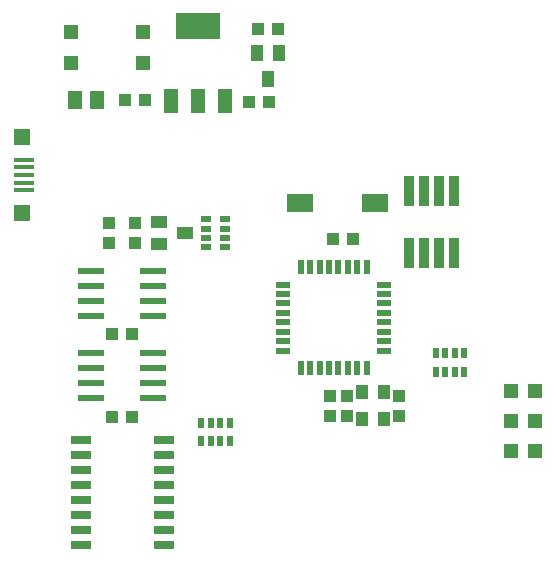
<source format=gtp>
G04 EAGLE Gerber RS-274X export*
G75*
%MOMM*%
%FSLAX34Y34*%
%LPD*%
%INTop Paste*%
%IPPOS*%
%AMOC8*
5,1,8,0,0,1.08239X$1,22.5*%
G01*
%ADD10R,1.200000X1.200000*%
%ADD11R,1.100000X1.000000*%
%ADD12R,1.800000X0.400000*%
%ADD13R,1.400000X1.400000*%
%ADD14R,0.558800X1.270000*%
%ADD15R,1.270000X0.558800*%
%ADD16R,1.200000X2.000000*%
%ADD17R,3.800000X2.300000*%
%ADD18R,2.200000X0.600000*%
%ADD19R,1.700000X0.800000*%
%ADD20R,0.500000X0.900000*%
%ADD21R,1.000000X1.100000*%
%ADD22R,1.000000X1.400000*%
%ADD23R,1.300000X1.500000*%
%ADD24R,1.400000X1.000000*%
%ADD25R,0.900000X0.500000*%
%ADD26R,0.889000X2.540000*%
%ADD27R,2.300000X1.600000*%
%ADD28R,1.100000X1.300000*%


D10*
X151150Y476550D03*
X151150Y450550D03*
X90150Y450550D03*
X90150Y476550D03*
D11*
X152963Y419100D03*
X135963Y419100D03*
X141850Y220663D03*
X124850Y220663D03*
D12*
X50900Y349100D03*
X50900Y342600D03*
X50900Y362100D03*
X50900Y368600D03*
X50900Y355600D03*
D13*
X48400Y323100D03*
X48400Y387600D03*
D14*
X284738Y192024D03*
X292738Y192024D03*
X300738Y192024D03*
X308738Y192024D03*
X316738Y192024D03*
X324738Y192024D03*
X332738Y192024D03*
X340738Y192024D03*
D15*
X355664Y206950D03*
X355664Y214950D03*
X355664Y222950D03*
X355664Y230950D03*
X355664Y238950D03*
X355664Y246950D03*
X355664Y254950D03*
X355664Y262950D03*
D14*
X340738Y277876D03*
X332738Y277876D03*
X324738Y277876D03*
X316738Y277876D03*
X308738Y277876D03*
X300738Y277876D03*
X292738Y277876D03*
X284738Y277876D03*
D15*
X269812Y262950D03*
X269812Y254950D03*
X269812Y246950D03*
X269812Y238950D03*
X269812Y230950D03*
X269812Y222950D03*
X269812Y214950D03*
X269812Y206950D03*
D16*
X221080Y418080D03*
X198080Y418080D03*
X175080Y418080D03*
D17*
X198080Y481580D03*
D18*
X107350Y261938D03*
X159350Y261938D03*
X107350Y274638D03*
X107350Y249238D03*
X107350Y236538D03*
X159350Y274638D03*
X159350Y249238D03*
X159350Y236538D03*
D19*
X98765Y42555D03*
X98765Y55305D03*
X98765Y68055D03*
X98765Y80805D03*
X98765Y93555D03*
X98765Y106055D03*
X98765Y118805D03*
X98765Y131555D03*
X169265Y42555D03*
X169265Y55305D03*
X169265Y68055D03*
X169265Y80805D03*
X169265Y93555D03*
X169265Y106055D03*
X169265Y118805D03*
X169265Y131555D03*
D10*
X483575Y173038D03*
X462575Y173038D03*
X483575Y147638D03*
X462575Y147638D03*
X483575Y122238D03*
X462575Y122238D03*
D20*
X224725Y146113D03*
X216725Y146113D03*
X208725Y146113D03*
X200725Y146113D03*
X200725Y130113D03*
X208725Y130113D03*
X216725Y130113D03*
X224725Y130113D03*
X423163Y204850D03*
X415163Y204850D03*
X407163Y204850D03*
X399163Y204850D03*
X399163Y188850D03*
X407163Y188850D03*
X415163Y188850D03*
X423163Y188850D03*
D21*
X368300Y151838D03*
X368300Y168838D03*
X323850Y151838D03*
X323850Y168838D03*
D11*
X312175Y301625D03*
X329175Y301625D03*
X240738Y417513D03*
X257738Y417513D03*
D22*
X257175Y436675D03*
X247675Y458675D03*
X266675Y458675D03*
D23*
X112663Y419100D03*
X93663Y419100D03*
D11*
X124850Y150813D03*
X141850Y150813D03*
D24*
X187213Y306388D03*
X165213Y296888D03*
X165213Y315888D03*
D11*
X122238Y297888D03*
X122238Y314888D03*
D21*
X144463Y297888D03*
X144463Y314888D03*
D25*
X220725Y294388D03*
X220725Y302388D03*
X220725Y310388D03*
X220725Y318388D03*
X204725Y318388D03*
X204725Y310388D03*
X204725Y302388D03*
X204725Y294388D03*
D21*
X265675Y479425D03*
X248675Y479425D03*
X309563Y151838D03*
X309563Y168838D03*
D18*
X107350Y192088D03*
X159350Y192088D03*
X107350Y204788D03*
X107350Y179388D03*
X107350Y166688D03*
X159350Y204788D03*
X159350Y179388D03*
X159350Y166688D03*
D26*
X401638Y341913D03*
X401638Y289913D03*
X414338Y341913D03*
X388938Y341913D03*
X376238Y341913D03*
X414338Y289913D03*
X388938Y289913D03*
X376238Y289913D03*
D27*
X284413Y331788D03*
X347413Y331788D03*
D28*
X337075Y148838D03*
X355075Y171838D03*
X337075Y171838D03*
X355075Y148838D03*
M02*

</source>
